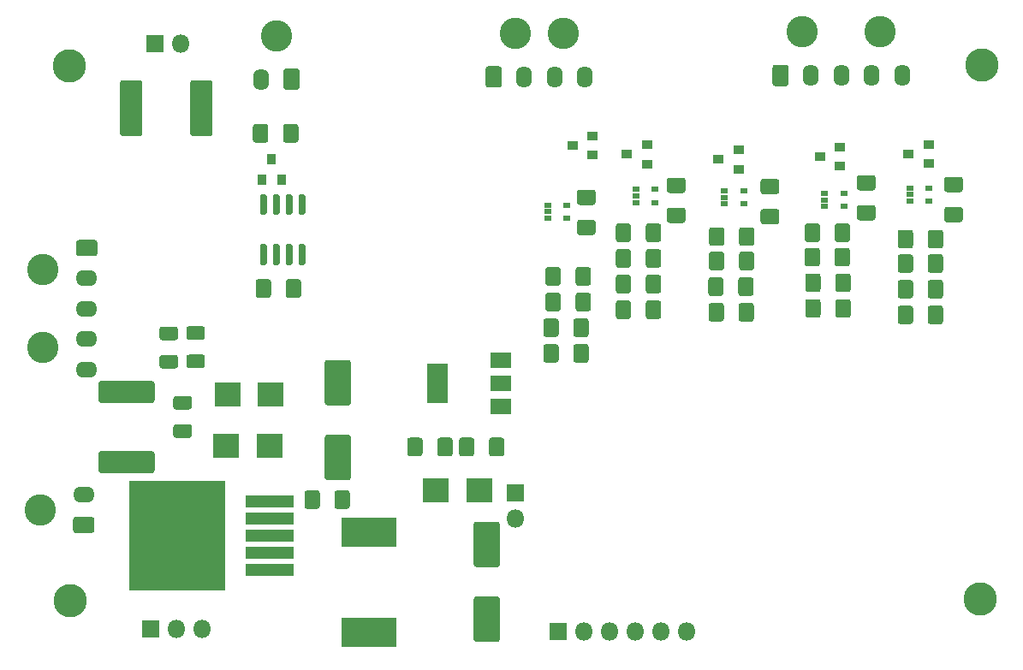
<source format=gbs>
%TF.GenerationSoftware,KiCad,Pcbnew,(5.1.6)-1*%
%TF.CreationDate,2021-05-10T23:00:48+02:00*%
%TF.ProjectId,karta_stm,6b617274-615f-4737-946d-2e6b69636164,rev?*%
%TF.SameCoordinates,Original*%
%TF.FileFunction,Soldermask,Bot*%
%TF.FilePolarity,Negative*%
%FSLAX46Y46*%
G04 Gerber Fmt 4.6, Leading zero omitted, Abs format (unit mm)*
G04 Created by KiCad (PCBNEW (5.1.6)-1) date 2021-05-10 23:00:48*
%MOMM*%
%LPD*%
G01*
G04 APERTURE LIST*
%ADD10O,1.800000X1.800000*%
%ADD11R,1.800000X1.800000*%
%ADD12O,1.600000X2.120000*%
%ADD13C,3.100000*%
%ADD14O,2.120000X1.600000*%
%ADD15C,3.300000*%
%ADD16R,9.500000X10.900000*%
%ADD17R,4.700000X1.200000*%
%ADD18R,2.100000X1.600000*%
%ADD19R,2.100000X3.900000*%
%ADD20R,0.750000X0.500000*%
%ADD21R,1.000000X0.900000*%
%ADD22R,2.600000X2.400000*%
%ADD23R,5.500000X3.000000*%
%ADD24R,0.900000X1.000000*%
G04 APERTURE END LIST*
%TO.C,L3*%
G36*
G01*
X105760200Y-91105200D02*
X104450200Y-91105200D01*
G75*
G02*
X104180200Y-90835200I0J270000D01*
G01*
X104180200Y-90025200D01*
G75*
G02*
X104450200Y-89755200I270000J0D01*
G01*
X105760200Y-89755200D01*
G75*
G02*
X106030200Y-90025200I0J-270000D01*
G01*
X106030200Y-90835200D01*
G75*
G02*
X105760200Y-91105200I-270000J0D01*
G01*
G37*
G36*
G01*
X105760200Y-93905200D02*
X104450200Y-93905200D01*
G75*
G02*
X104180200Y-93635200I0J270000D01*
G01*
X104180200Y-92825200D01*
G75*
G02*
X104450200Y-92555200I270000J0D01*
G01*
X105760200Y-92555200D01*
G75*
G02*
X106030200Y-92825200I0J-270000D01*
G01*
X106030200Y-93635200D01*
G75*
G02*
X105760200Y-93905200I-270000J0D01*
G01*
G37*
%TD*%
D10*
%TO.C,J2*%
X154990800Y-113030000D03*
X152450800Y-113030000D03*
X149910800Y-113030000D03*
X147370800Y-113030000D03*
X144830800Y-113030000D03*
D11*
X142290800Y-113030000D03*
%TD*%
D12*
%TO.C,J6*%
X144890000Y-58191400D03*
X141890000Y-58191400D03*
X138890000Y-58191400D03*
G36*
G01*
X135090000Y-58984733D02*
X135090000Y-57398067D01*
G75*
G02*
X135356667Y-57131400I266667J0D01*
G01*
X136423333Y-57131400D01*
G75*
G02*
X136690000Y-57398067I0J-266667D01*
G01*
X136690000Y-58984733D01*
G75*
G02*
X136423333Y-59251400I-266667J0D01*
G01*
X135356667Y-59251400D01*
G75*
G02*
X135090000Y-58984733I0J266667D01*
G01*
G37*
D13*
X142740000Y-53871400D03*
X138040000Y-53871400D03*
%TD*%
D12*
%TO.C,J5*%
X176253400Y-58039000D03*
X173253400Y-58039000D03*
X170253400Y-58039000D03*
X167253400Y-58039000D03*
G36*
G01*
X163453400Y-58832333D02*
X163453400Y-57245667D01*
G75*
G02*
X163720067Y-56979000I266667J0D01*
G01*
X164786733Y-56979000D01*
G75*
G02*
X165053400Y-57245667I0J-266667D01*
G01*
X165053400Y-58832333D01*
G75*
G02*
X164786733Y-59099000I-266667J0D01*
G01*
X163720067Y-59099000D01*
G75*
G02*
X163453400Y-58832333I0J266667D01*
G01*
G37*
D13*
X174103400Y-53719000D03*
X166403400Y-53719000D03*
%TD*%
D14*
%TO.C,J4*%
X95328200Y-99515800D03*
G36*
G01*
X96121533Y-103315800D02*
X94534867Y-103315800D01*
G75*
G02*
X94268200Y-103049133I0J266667D01*
G01*
X94268200Y-101982467D01*
G75*
G02*
X94534867Y-101715800I266667J0D01*
G01*
X96121533Y-101715800D01*
G75*
G02*
X96388200Y-101982467I0J-266667D01*
G01*
X96388200Y-103049133D01*
G75*
G02*
X96121533Y-103315800I-266667J0D01*
G01*
G37*
D13*
X91008200Y-101015800D03*
%TD*%
D14*
%TO.C,J3*%
X95633000Y-87113000D03*
X95633000Y-84113000D03*
X95633000Y-81113000D03*
X95633000Y-78113000D03*
G36*
G01*
X94839667Y-74313000D02*
X96426333Y-74313000D01*
G75*
G02*
X96693000Y-74579667I0J-266667D01*
G01*
X96693000Y-75646333D01*
G75*
G02*
X96426333Y-75913000I-266667J0D01*
G01*
X94839667Y-75913000D01*
G75*
G02*
X94573000Y-75646333I0J266667D01*
G01*
X94573000Y-74579667D01*
G75*
G02*
X94839667Y-74313000I266667J0D01*
G01*
G37*
D13*
X91313000Y-84963000D03*
X91313000Y-77263000D03*
%TD*%
D12*
%TO.C,J1*%
X112874800Y-58420000D03*
G36*
G01*
X116674800Y-57626667D02*
X116674800Y-59213333D01*
G75*
G02*
X116408133Y-59480000I-266667J0D01*
G01*
X115341467Y-59480000D01*
G75*
G02*
X115074800Y-59213333I0J266667D01*
G01*
X115074800Y-57626667D01*
G75*
G02*
X115341467Y-57360000I266667J0D01*
G01*
X116408133Y-57360000D01*
G75*
G02*
X116674800Y-57626667I0J-266667D01*
G01*
G37*
D13*
X114374800Y-54100000D03*
%TD*%
D15*
%TO.C,H4*%
X93980000Y-109982000D03*
%TD*%
D10*
%TO.C,J7*%
X107061000Y-112826800D03*
X104521000Y-112826800D03*
D11*
X101981000Y-112826800D03*
%TD*%
%TO.C,C24*%
G36*
G01*
X104388600Y-84241000D02*
X103078600Y-84241000D01*
G75*
G02*
X102808600Y-83971000I0J270000D01*
G01*
X102808600Y-83161000D01*
G75*
G02*
X103078600Y-82891000I270000J0D01*
G01*
X104388600Y-82891000D01*
G75*
G02*
X104658600Y-83161000I0J-270000D01*
G01*
X104658600Y-83971000D01*
G75*
G02*
X104388600Y-84241000I-270000J0D01*
G01*
G37*
G36*
G01*
X104388600Y-87041000D02*
X103078600Y-87041000D01*
G75*
G02*
X102808600Y-86771000I0J270000D01*
G01*
X102808600Y-85961000D01*
G75*
G02*
X103078600Y-85691000I270000J0D01*
G01*
X104388600Y-85691000D01*
G75*
G02*
X104658600Y-85961000I0J-270000D01*
G01*
X104658600Y-86771000D01*
G75*
G02*
X104388600Y-87041000I-270000J0D01*
G01*
G37*
%TD*%
%TO.C,C23*%
G36*
G01*
X107055600Y-84209600D02*
X105745600Y-84209600D01*
G75*
G02*
X105475600Y-83939600I0J270000D01*
G01*
X105475600Y-83129600D01*
G75*
G02*
X105745600Y-82859600I270000J0D01*
G01*
X107055600Y-82859600D01*
G75*
G02*
X107325600Y-83129600I0J-270000D01*
G01*
X107325600Y-83939600D01*
G75*
G02*
X107055600Y-84209600I-270000J0D01*
G01*
G37*
G36*
G01*
X107055600Y-87009600D02*
X105745600Y-87009600D01*
G75*
G02*
X105475600Y-86739600I0J270000D01*
G01*
X105475600Y-85929600D01*
G75*
G02*
X105745600Y-85659600I270000J0D01*
G01*
X107055600Y-85659600D01*
G75*
G02*
X107325600Y-85929600I0J-270000D01*
G01*
X107325600Y-86739600D01*
G75*
G02*
X107055600Y-87009600I-270000J0D01*
G01*
G37*
%TD*%
D16*
%TO.C,U3*%
X104596500Y-103587500D03*
D17*
X113746500Y-106987500D03*
X113746500Y-105287500D03*
X113746500Y-103587500D03*
X113746500Y-101887500D03*
X113746500Y-100187500D03*
%TD*%
%TO.C,R21*%
G36*
G01*
X160146500Y-74642456D02*
X160146500Y-73327544D01*
G75*
G02*
X160414044Y-73060000I267544J0D01*
G01*
X161403956Y-73060000D01*
G75*
G02*
X161671500Y-73327544I0J-267544D01*
G01*
X161671500Y-74642456D01*
G75*
G02*
X161403956Y-74910000I-267544J0D01*
G01*
X160414044Y-74910000D01*
G75*
G02*
X160146500Y-74642456I0J267544D01*
G01*
G37*
G36*
G01*
X157171500Y-74642456D02*
X157171500Y-73327544D01*
G75*
G02*
X157439044Y-73060000I267544J0D01*
G01*
X158428956Y-73060000D01*
G75*
G02*
X158696500Y-73327544I0J-267544D01*
G01*
X158696500Y-74642456D01*
G75*
G02*
X158428956Y-74910000I-267544J0D01*
G01*
X157439044Y-74910000D01*
G75*
G02*
X157171500Y-74642456I0J267544D01*
G01*
G37*
%TD*%
%TO.C,C16*%
G36*
G01*
X130292000Y-95462956D02*
X130292000Y-94148044D01*
G75*
G02*
X130559544Y-93880500I267544J0D01*
G01*
X131549456Y-93880500D01*
G75*
G02*
X131817000Y-94148044I0J-267544D01*
G01*
X131817000Y-95462956D01*
G75*
G02*
X131549456Y-95730500I-267544J0D01*
G01*
X130559544Y-95730500D01*
G75*
G02*
X130292000Y-95462956I0J267544D01*
G01*
G37*
G36*
G01*
X127317000Y-95462956D02*
X127317000Y-94148044D01*
G75*
G02*
X127584544Y-93880500I267544J0D01*
G01*
X128574456Y-93880500D01*
G75*
G02*
X128842000Y-94148044I0J-267544D01*
G01*
X128842000Y-95462956D01*
G75*
G02*
X128574456Y-95730500I-267544J0D01*
G01*
X127584544Y-95730500D01*
G75*
G02*
X127317000Y-95462956I0J267544D01*
G01*
G37*
%TD*%
%TO.C,R23*%
G36*
G01*
X158610500Y-78280544D02*
X158610500Y-79595456D01*
G75*
G02*
X158342956Y-79863000I-267544J0D01*
G01*
X157353044Y-79863000D01*
G75*
G02*
X157085500Y-79595456I0J267544D01*
G01*
X157085500Y-78280544D01*
G75*
G02*
X157353044Y-78013000I267544J0D01*
G01*
X158342956Y-78013000D01*
G75*
G02*
X158610500Y-78280544I0J-267544D01*
G01*
G37*
G36*
G01*
X161585500Y-78280544D02*
X161585500Y-79595456D01*
G75*
G02*
X161317956Y-79863000I-267544J0D01*
G01*
X160328044Y-79863000D01*
G75*
G02*
X160060500Y-79595456I0J267544D01*
G01*
X160060500Y-78280544D01*
G75*
G02*
X160328044Y-78013000I267544J0D01*
G01*
X161317956Y-78013000D01*
G75*
G02*
X161585500Y-78280544I0J-267544D01*
G01*
G37*
%TD*%
D18*
%TO.C,U4*%
X136587900Y-86231300D03*
X136587900Y-90831300D03*
X136587900Y-88531300D03*
D19*
X130287900Y-88531300D03*
%TD*%
%TO.C,U2*%
G36*
G01*
X117081500Y-71836000D02*
X116731500Y-71836000D01*
G75*
G02*
X116556500Y-71661000I0J175000D01*
G01*
X116556500Y-69961000D01*
G75*
G02*
X116731500Y-69786000I175000J0D01*
G01*
X117081500Y-69786000D01*
G75*
G02*
X117256500Y-69961000I0J-175000D01*
G01*
X117256500Y-71661000D01*
G75*
G02*
X117081500Y-71836000I-175000J0D01*
G01*
G37*
G36*
G01*
X115811500Y-71836000D02*
X115461500Y-71836000D01*
G75*
G02*
X115286500Y-71661000I0J175000D01*
G01*
X115286500Y-69961000D01*
G75*
G02*
X115461500Y-69786000I175000J0D01*
G01*
X115811500Y-69786000D01*
G75*
G02*
X115986500Y-69961000I0J-175000D01*
G01*
X115986500Y-71661000D01*
G75*
G02*
X115811500Y-71836000I-175000J0D01*
G01*
G37*
G36*
G01*
X114541500Y-71836000D02*
X114191500Y-71836000D01*
G75*
G02*
X114016500Y-71661000I0J175000D01*
G01*
X114016500Y-69961000D01*
G75*
G02*
X114191500Y-69786000I175000J0D01*
G01*
X114541500Y-69786000D01*
G75*
G02*
X114716500Y-69961000I0J-175000D01*
G01*
X114716500Y-71661000D01*
G75*
G02*
X114541500Y-71836000I-175000J0D01*
G01*
G37*
G36*
G01*
X113271500Y-71836000D02*
X112921500Y-71836000D01*
G75*
G02*
X112746500Y-71661000I0J175000D01*
G01*
X112746500Y-69961000D01*
G75*
G02*
X112921500Y-69786000I175000J0D01*
G01*
X113271500Y-69786000D01*
G75*
G02*
X113446500Y-69961000I0J-175000D01*
G01*
X113446500Y-71661000D01*
G75*
G02*
X113271500Y-71836000I-175000J0D01*
G01*
G37*
G36*
G01*
X113271500Y-76786000D02*
X112921500Y-76786000D01*
G75*
G02*
X112746500Y-76611000I0J175000D01*
G01*
X112746500Y-74911000D01*
G75*
G02*
X112921500Y-74736000I175000J0D01*
G01*
X113271500Y-74736000D01*
G75*
G02*
X113446500Y-74911000I0J-175000D01*
G01*
X113446500Y-76611000D01*
G75*
G02*
X113271500Y-76786000I-175000J0D01*
G01*
G37*
G36*
G01*
X114541500Y-76786000D02*
X114191500Y-76786000D01*
G75*
G02*
X114016500Y-76611000I0J175000D01*
G01*
X114016500Y-74911000D01*
G75*
G02*
X114191500Y-74736000I175000J0D01*
G01*
X114541500Y-74736000D01*
G75*
G02*
X114716500Y-74911000I0J-175000D01*
G01*
X114716500Y-76611000D01*
G75*
G02*
X114541500Y-76786000I-175000J0D01*
G01*
G37*
G36*
G01*
X115811500Y-76786000D02*
X115461500Y-76786000D01*
G75*
G02*
X115286500Y-76611000I0J175000D01*
G01*
X115286500Y-74911000D01*
G75*
G02*
X115461500Y-74736000I175000J0D01*
G01*
X115811500Y-74736000D01*
G75*
G02*
X115986500Y-74911000I0J-175000D01*
G01*
X115986500Y-76611000D01*
G75*
G02*
X115811500Y-76786000I-175000J0D01*
G01*
G37*
G36*
G01*
X117081500Y-76786000D02*
X116731500Y-76786000D01*
G75*
G02*
X116556500Y-76611000I0J175000D01*
G01*
X116556500Y-74911000D01*
G75*
G02*
X116731500Y-74736000I175000J0D01*
G01*
X117081500Y-74736000D01*
G75*
G02*
X117256500Y-74911000I0J-175000D01*
G01*
X117256500Y-76611000D01*
G75*
G02*
X117081500Y-76786000I-175000J0D01*
G01*
G37*
%TD*%
%TO.C,R17*%
G36*
G01*
X169598500Y-74261456D02*
X169598500Y-72946544D01*
G75*
G02*
X169866044Y-72679000I267544J0D01*
G01*
X170855956Y-72679000D01*
G75*
G02*
X171123500Y-72946544I0J-267544D01*
G01*
X171123500Y-74261456D01*
G75*
G02*
X170855956Y-74529000I-267544J0D01*
G01*
X169866044Y-74529000D01*
G75*
G02*
X169598500Y-74261456I0J267544D01*
G01*
G37*
G36*
G01*
X166623500Y-74261456D02*
X166623500Y-72946544D01*
G75*
G02*
X166891044Y-72679000I267544J0D01*
G01*
X167880956Y-72679000D01*
G75*
G02*
X168148500Y-72946544I0J-267544D01*
G01*
X168148500Y-74261456D01*
G75*
G02*
X167880956Y-74529000I-267544J0D01*
G01*
X166891044Y-74529000D01*
G75*
G02*
X166623500Y-74261456I0J267544D01*
G01*
G37*
%TD*%
%TO.C,R13*%
G36*
G01*
X177352500Y-78534544D02*
X177352500Y-79849456D01*
G75*
G02*
X177084956Y-80117000I-267544J0D01*
G01*
X176095044Y-80117000D01*
G75*
G02*
X175827500Y-79849456I0J267544D01*
G01*
X175827500Y-78534544D01*
G75*
G02*
X176095044Y-78267000I267544J0D01*
G01*
X177084956Y-78267000D01*
G75*
G02*
X177352500Y-78534544I0J-267544D01*
G01*
G37*
G36*
G01*
X180327500Y-78534544D02*
X180327500Y-79849456D01*
G75*
G02*
X180059956Y-80117000I-267544J0D01*
G01*
X179070044Y-80117000D01*
G75*
G02*
X178802500Y-79849456I0J267544D01*
G01*
X178802500Y-78534544D01*
G75*
G02*
X179070044Y-78267000I267544J0D01*
G01*
X180059956Y-78267000D01*
G75*
G02*
X180327500Y-78534544I0J-267544D01*
G01*
G37*
%TD*%
%TO.C,R8*%
G36*
G01*
X180698544Y-71046500D02*
X182013456Y-71046500D01*
G75*
G02*
X182281000Y-71314044I0J-267544D01*
G01*
X182281000Y-72303956D01*
G75*
G02*
X182013456Y-72571500I-267544J0D01*
G01*
X180698544Y-72571500D01*
G75*
G02*
X180431000Y-72303956I0J267544D01*
G01*
X180431000Y-71314044D01*
G75*
G02*
X180698544Y-71046500I267544J0D01*
G01*
G37*
G36*
G01*
X180698544Y-68071500D02*
X182013456Y-68071500D01*
G75*
G02*
X182281000Y-68339044I0J-267544D01*
G01*
X182281000Y-69328956D01*
G75*
G02*
X182013456Y-69596500I-267544J0D01*
G01*
X180698544Y-69596500D01*
G75*
G02*
X180431000Y-69328956I0J267544D01*
G01*
X180431000Y-68339044D01*
G75*
G02*
X180698544Y-68071500I267544J0D01*
G01*
G37*
%TD*%
%TO.C,R14*%
G36*
G01*
X143968000Y-81119456D02*
X143968000Y-79804544D01*
G75*
G02*
X144235544Y-79537000I267544J0D01*
G01*
X145225456Y-79537000D01*
G75*
G02*
X145493000Y-79804544I0J-267544D01*
G01*
X145493000Y-81119456D01*
G75*
G02*
X145225456Y-81387000I-267544J0D01*
G01*
X144235544Y-81387000D01*
G75*
G02*
X143968000Y-81119456I0J267544D01*
G01*
G37*
G36*
G01*
X140993000Y-81119456D02*
X140993000Y-79804544D01*
G75*
G02*
X141260544Y-79537000I267544J0D01*
G01*
X142250456Y-79537000D01*
G75*
G02*
X142518000Y-79804544I0J-267544D01*
G01*
X142518000Y-81119456D01*
G75*
G02*
X142250456Y-81387000I-267544J0D01*
G01*
X141260544Y-81387000D01*
G75*
G02*
X140993000Y-81119456I0J267544D01*
G01*
G37*
%TD*%
%TO.C,R12*%
G36*
G01*
X178802500Y-77309456D02*
X178802500Y-75994544D01*
G75*
G02*
X179070044Y-75727000I267544J0D01*
G01*
X180059956Y-75727000D01*
G75*
G02*
X180327500Y-75994544I0J-267544D01*
G01*
X180327500Y-77309456D01*
G75*
G02*
X180059956Y-77577000I-267544J0D01*
G01*
X179070044Y-77577000D01*
G75*
G02*
X178802500Y-77309456I0J267544D01*
G01*
G37*
G36*
G01*
X175827500Y-77309456D02*
X175827500Y-75994544D01*
G75*
G02*
X176095044Y-75727000I267544J0D01*
G01*
X177084956Y-75727000D01*
G75*
G02*
X177352500Y-75994544I0J-267544D01*
G01*
X177352500Y-77309456D01*
G75*
G02*
X177084956Y-77577000I-267544J0D01*
G01*
X176095044Y-77577000D01*
G75*
G02*
X175827500Y-77309456I0J267544D01*
G01*
G37*
%TD*%
%TO.C,R16*%
G36*
G01*
X172062544Y-70865500D02*
X173377456Y-70865500D01*
G75*
G02*
X173645000Y-71133044I0J-267544D01*
G01*
X173645000Y-72122956D01*
G75*
G02*
X173377456Y-72390500I-267544J0D01*
G01*
X172062544Y-72390500D01*
G75*
G02*
X171795000Y-72122956I0J267544D01*
G01*
X171795000Y-71133044D01*
G75*
G02*
X172062544Y-70865500I267544J0D01*
G01*
G37*
G36*
G01*
X172062544Y-67890500D02*
X173377456Y-67890500D01*
G75*
G02*
X173645000Y-68158044I0J-267544D01*
G01*
X173645000Y-69147956D01*
G75*
G02*
X173377456Y-69415500I-267544J0D01*
G01*
X172062544Y-69415500D01*
G75*
G02*
X171795000Y-69147956I0J267544D01*
G01*
X171795000Y-68158044D01*
G75*
G02*
X172062544Y-67890500I267544J0D01*
G01*
G37*
%TD*%
%TO.C,R11*%
G36*
G01*
X143968000Y-78579456D02*
X143968000Y-77264544D01*
G75*
G02*
X144235544Y-76997000I267544J0D01*
G01*
X145225456Y-76997000D01*
G75*
G02*
X145493000Y-77264544I0J-267544D01*
G01*
X145493000Y-78579456D01*
G75*
G02*
X145225456Y-78847000I-267544J0D01*
G01*
X144235544Y-78847000D01*
G75*
G02*
X143968000Y-78579456I0J267544D01*
G01*
G37*
G36*
G01*
X140993000Y-78579456D02*
X140993000Y-77264544D01*
G75*
G02*
X141260544Y-76997000I267544J0D01*
G01*
X142250456Y-76997000D01*
G75*
G02*
X142518000Y-77264544I0J-267544D01*
G01*
X142518000Y-78579456D01*
G75*
G02*
X142250456Y-78847000I-267544J0D01*
G01*
X141260544Y-78847000D01*
G75*
G02*
X140993000Y-78579456I0J267544D01*
G01*
G37*
%TD*%
%TO.C,R19*%
G36*
G01*
X168208500Y-77899544D02*
X168208500Y-79214456D01*
G75*
G02*
X167940956Y-79482000I-267544J0D01*
G01*
X166951044Y-79482000D01*
G75*
G02*
X166683500Y-79214456I0J267544D01*
G01*
X166683500Y-77899544D01*
G75*
G02*
X166951044Y-77632000I267544J0D01*
G01*
X167940956Y-77632000D01*
G75*
G02*
X168208500Y-77899544I0J-267544D01*
G01*
G37*
G36*
G01*
X171183500Y-77899544D02*
X171183500Y-79214456D01*
G75*
G02*
X170915956Y-79482000I-267544J0D01*
G01*
X169926044Y-79482000D01*
G75*
G02*
X169658500Y-79214456I0J267544D01*
G01*
X169658500Y-77899544D01*
G75*
G02*
X169926044Y-77632000I267544J0D01*
G01*
X170915956Y-77632000D01*
G75*
G02*
X171183500Y-77899544I0J-267544D01*
G01*
G37*
%TD*%
%TO.C,R10*%
G36*
G01*
X144376544Y-72316500D02*
X145691456Y-72316500D01*
G75*
G02*
X145959000Y-72584044I0J-267544D01*
G01*
X145959000Y-73573956D01*
G75*
G02*
X145691456Y-73841500I-267544J0D01*
G01*
X144376544Y-73841500D01*
G75*
G02*
X144109000Y-73573956I0J267544D01*
G01*
X144109000Y-72584044D01*
G75*
G02*
X144376544Y-72316500I267544J0D01*
G01*
G37*
G36*
G01*
X144376544Y-69341500D02*
X145691456Y-69341500D01*
G75*
G02*
X145959000Y-69609044I0J-267544D01*
G01*
X145959000Y-70598956D01*
G75*
G02*
X145691456Y-70866500I-267544J0D01*
G01*
X144376544Y-70866500D01*
G75*
G02*
X144109000Y-70598956I0J267544D01*
G01*
X144109000Y-69609044D01*
G75*
G02*
X144376544Y-69341500I267544J0D01*
G01*
G37*
%TD*%
%TO.C,R15*%
G36*
G01*
X142300500Y-82344544D02*
X142300500Y-83659456D01*
G75*
G02*
X142032956Y-83927000I-267544J0D01*
G01*
X141043044Y-83927000D01*
G75*
G02*
X140775500Y-83659456I0J267544D01*
G01*
X140775500Y-82344544D01*
G75*
G02*
X141043044Y-82077000I267544J0D01*
G01*
X142032956Y-82077000D01*
G75*
G02*
X142300500Y-82344544I0J-267544D01*
G01*
G37*
G36*
G01*
X145275500Y-82344544D02*
X145275500Y-83659456D01*
G75*
G02*
X145007956Y-83927000I-267544J0D01*
G01*
X144018044Y-83927000D01*
G75*
G02*
X143750500Y-83659456I0J267544D01*
G01*
X143750500Y-82344544D01*
G75*
G02*
X144018044Y-82077000I267544J0D01*
G01*
X145007956Y-82077000D01*
G75*
G02*
X145275500Y-82344544I0J-267544D01*
G01*
G37*
%TD*%
%TO.C,R6*%
G36*
G01*
X150916500Y-76801456D02*
X150916500Y-75486544D01*
G75*
G02*
X151184044Y-75219000I267544J0D01*
G01*
X152173956Y-75219000D01*
G75*
G02*
X152441500Y-75486544I0J-267544D01*
G01*
X152441500Y-76801456D01*
G75*
G02*
X152173956Y-77069000I-267544J0D01*
G01*
X151184044Y-77069000D01*
G75*
G02*
X150916500Y-76801456I0J267544D01*
G01*
G37*
G36*
G01*
X147941500Y-76801456D02*
X147941500Y-75486544D01*
G75*
G02*
X148209044Y-75219000I267544J0D01*
G01*
X149198956Y-75219000D01*
G75*
G02*
X149466500Y-75486544I0J-267544D01*
G01*
X149466500Y-76801456D01*
G75*
G02*
X149198956Y-77069000I-267544J0D01*
G01*
X148209044Y-77069000D01*
G75*
G02*
X147941500Y-76801456I0J267544D01*
G01*
G37*
%TD*%
%TO.C,R5*%
G36*
G01*
X150916500Y-74261456D02*
X150916500Y-72946544D01*
G75*
G02*
X151184044Y-72679000I267544J0D01*
G01*
X152173956Y-72679000D01*
G75*
G02*
X152441500Y-72946544I0J-267544D01*
G01*
X152441500Y-74261456D01*
G75*
G02*
X152173956Y-74529000I-267544J0D01*
G01*
X151184044Y-74529000D01*
G75*
G02*
X150916500Y-74261456I0J267544D01*
G01*
G37*
G36*
G01*
X147941500Y-74261456D02*
X147941500Y-72946544D01*
G75*
G02*
X148209044Y-72679000I267544J0D01*
G01*
X149198956Y-72679000D01*
G75*
G02*
X149466500Y-72946544I0J-267544D01*
G01*
X149466500Y-74261456D01*
G75*
G02*
X149198956Y-74529000I-267544J0D01*
G01*
X148209044Y-74529000D01*
G75*
G02*
X147941500Y-74261456I0J267544D01*
G01*
G37*
%TD*%
%TO.C,R7*%
G36*
G01*
X149466500Y-78026544D02*
X149466500Y-79341456D01*
G75*
G02*
X149198956Y-79609000I-267544J0D01*
G01*
X148209044Y-79609000D01*
G75*
G02*
X147941500Y-79341456I0J267544D01*
G01*
X147941500Y-78026544D01*
G75*
G02*
X148209044Y-77759000I267544J0D01*
G01*
X149198956Y-77759000D01*
G75*
G02*
X149466500Y-78026544I0J-267544D01*
G01*
G37*
G36*
G01*
X152441500Y-78026544D02*
X152441500Y-79341456D01*
G75*
G02*
X152173956Y-79609000I-267544J0D01*
G01*
X151184044Y-79609000D01*
G75*
G02*
X150916500Y-79341456I0J267544D01*
G01*
X150916500Y-78026544D01*
G75*
G02*
X151184044Y-77759000I267544J0D01*
G01*
X152173956Y-77759000D01*
G75*
G02*
X152441500Y-78026544I0J-267544D01*
G01*
G37*
%TD*%
%TO.C,R18*%
G36*
G01*
X169585500Y-76674456D02*
X169585500Y-75359544D01*
G75*
G02*
X169853044Y-75092000I267544J0D01*
G01*
X170842956Y-75092000D01*
G75*
G02*
X171110500Y-75359544I0J-267544D01*
G01*
X171110500Y-76674456D01*
G75*
G02*
X170842956Y-76942000I-267544J0D01*
G01*
X169853044Y-76942000D01*
G75*
G02*
X169585500Y-76674456I0J267544D01*
G01*
G37*
G36*
G01*
X166610500Y-76674456D02*
X166610500Y-75359544D01*
G75*
G02*
X166878044Y-75092000I267544J0D01*
G01*
X167867956Y-75092000D01*
G75*
G02*
X168135500Y-75359544I0J-267544D01*
G01*
X168135500Y-76674456D01*
G75*
G02*
X167867956Y-76942000I-267544J0D01*
G01*
X166878044Y-76942000D01*
G75*
G02*
X166610500Y-76674456I0J267544D01*
G01*
G37*
%TD*%
%TO.C,R22*%
G36*
G01*
X160133500Y-77055456D02*
X160133500Y-75740544D01*
G75*
G02*
X160401044Y-75473000I267544J0D01*
G01*
X161390956Y-75473000D01*
G75*
G02*
X161658500Y-75740544I0J-267544D01*
G01*
X161658500Y-77055456D01*
G75*
G02*
X161390956Y-77323000I-267544J0D01*
G01*
X160401044Y-77323000D01*
G75*
G02*
X160133500Y-77055456I0J267544D01*
G01*
G37*
G36*
G01*
X157158500Y-77055456D02*
X157158500Y-75740544D01*
G75*
G02*
X157426044Y-75473000I267544J0D01*
G01*
X158415956Y-75473000D01*
G75*
G02*
X158683500Y-75740544I0J-267544D01*
G01*
X158683500Y-77055456D01*
G75*
G02*
X158415956Y-77323000I-267544J0D01*
G01*
X157426044Y-77323000D01*
G75*
G02*
X157158500Y-77055456I0J267544D01*
G01*
G37*
%TD*%
%TO.C,R9*%
G36*
G01*
X178802500Y-74896456D02*
X178802500Y-73581544D01*
G75*
G02*
X179070044Y-73314000I267544J0D01*
G01*
X180059956Y-73314000D01*
G75*
G02*
X180327500Y-73581544I0J-267544D01*
G01*
X180327500Y-74896456D01*
G75*
G02*
X180059956Y-75164000I-267544J0D01*
G01*
X179070044Y-75164000D01*
G75*
G02*
X178802500Y-74896456I0J267544D01*
G01*
G37*
G36*
G01*
X175827500Y-74896456D02*
X175827500Y-73581544D01*
G75*
G02*
X176095044Y-73314000I267544J0D01*
G01*
X177084956Y-73314000D01*
G75*
G02*
X177352500Y-73581544I0J-267544D01*
G01*
X177352500Y-74896456D01*
G75*
G02*
X177084956Y-75164000I-267544J0D01*
G01*
X176095044Y-75164000D01*
G75*
G02*
X175827500Y-74896456I0J267544D01*
G01*
G37*
%TD*%
%TO.C,R20*%
G36*
G01*
X162537544Y-71246500D02*
X163852456Y-71246500D01*
G75*
G02*
X164120000Y-71514044I0J-267544D01*
G01*
X164120000Y-72503956D01*
G75*
G02*
X163852456Y-72771500I-267544J0D01*
G01*
X162537544Y-72771500D01*
G75*
G02*
X162270000Y-72503956I0J267544D01*
G01*
X162270000Y-71514044D01*
G75*
G02*
X162537544Y-71246500I267544J0D01*
G01*
G37*
G36*
G01*
X162537544Y-68271500D02*
X163852456Y-68271500D01*
G75*
G02*
X164120000Y-68539044I0J-267544D01*
G01*
X164120000Y-69528956D01*
G75*
G02*
X163852456Y-69796500I-267544J0D01*
G01*
X162537544Y-69796500D01*
G75*
G02*
X162270000Y-69528956I0J267544D01*
G01*
X162270000Y-68539044D01*
G75*
G02*
X162537544Y-68271500I267544J0D01*
G01*
G37*
%TD*%
D20*
%TO.C,U6*%
X178938000Y-70485000D03*
X178938000Y-69185000D03*
X177038000Y-69835000D03*
X177038000Y-69185000D03*
X177038000Y-70485000D03*
%TD*%
%TO.C,U5*%
X151826000Y-70627000D03*
X151826000Y-69327000D03*
X149926000Y-69977000D03*
X149926000Y-69327000D03*
X149926000Y-70627000D03*
%TD*%
D21*
%TO.C,D7*%
X143669000Y-64958000D03*
X145669000Y-65908000D03*
X145669000Y-64008000D03*
%TD*%
%TO.C,D6*%
X176899000Y-65804000D03*
X178899000Y-66754000D03*
X178899000Y-64854000D03*
%TD*%
D15*
%TO.C,H3*%
X93900000Y-57070000D03*
%TD*%
%TO.C,H2*%
X184150000Y-57023000D03*
%TD*%
%TO.C,H1*%
X184023000Y-109855000D03*
%TD*%
D21*
%TO.C,D9*%
X158099000Y-66360000D03*
X160099000Y-67310000D03*
X160099000Y-65410000D03*
%TD*%
%TO.C,D8*%
X168149000Y-66054000D03*
X170149000Y-67004000D03*
X170149000Y-65104000D03*
%TD*%
D20*
%TO.C,U9*%
X160589000Y-70754000D03*
X160589000Y-69454000D03*
X158689000Y-70104000D03*
X158689000Y-69454000D03*
X158689000Y-70754000D03*
%TD*%
D10*
%TO.C,JP1*%
X138049000Y-101854000D03*
D11*
X138049000Y-99314000D03*
%TD*%
D20*
%TO.C,U8*%
X170495000Y-71008000D03*
X170495000Y-69708000D03*
X168595000Y-70358000D03*
X168595000Y-69708000D03*
X168595000Y-71008000D03*
%TD*%
%TO.C,U7*%
X143124000Y-72166000D03*
X143124000Y-70866000D03*
X141224000Y-71516000D03*
X141224000Y-70866000D03*
X141224000Y-72166000D03*
%TD*%
D22*
%TO.C,D3*%
X109419500Y-94678500D03*
X113719500Y-94678500D03*
%TD*%
%TO.C,D2*%
X113837500Y-89598500D03*
X109537500Y-89598500D03*
%TD*%
%TO.C,C22*%
G36*
G01*
X158647000Y-80820544D02*
X158647000Y-82135456D01*
G75*
G02*
X158379456Y-82403000I-267544J0D01*
G01*
X157389544Y-82403000D01*
G75*
G02*
X157122000Y-82135456I0J267544D01*
G01*
X157122000Y-80820544D01*
G75*
G02*
X157389544Y-80553000I267544J0D01*
G01*
X158379456Y-80553000D01*
G75*
G02*
X158647000Y-80820544I0J-267544D01*
G01*
G37*
G36*
G01*
X161622000Y-80820544D02*
X161622000Y-82135456D01*
G75*
G02*
X161354456Y-82403000I-267544J0D01*
G01*
X160364544Y-82403000D01*
G75*
G02*
X160097000Y-82135456I0J267544D01*
G01*
X160097000Y-80820544D01*
G75*
G02*
X160364544Y-80553000I267544J0D01*
G01*
X161354456Y-80553000D01*
G75*
G02*
X161622000Y-80820544I0J-267544D01*
G01*
G37*
%TD*%
%TO.C,C21*%
G36*
G01*
X168208500Y-80439544D02*
X168208500Y-81754456D01*
G75*
G02*
X167940956Y-82022000I-267544J0D01*
G01*
X166951044Y-82022000D01*
G75*
G02*
X166683500Y-81754456I0J267544D01*
G01*
X166683500Y-80439544D01*
G75*
G02*
X166951044Y-80172000I267544J0D01*
G01*
X167940956Y-80172000D01*
G75*
G02*
X168208500Y-80439544I0J-267544D01*
G01*
G37*
G36*
G01*
X171183500Y-80439544D02*
X171183500Y-81754456D01*
G75*
G02*
X170915956Y-82022000I-267544J0D01*
G01*
X169926044Y-82022000D01*
G75*
G02*
X169658500Y-81754456I0J267544D01*
G01*
X169658500Y-80439544D01*
G75*
G02*
X169926044Y-80172000I267544J0D01*
G01*
X170915956Y-80172000D01*
G75*
G02*
X171183500Y-80439544I0J-267544D01*
G01*
G37*
%TD*%
%TO.C,C20*%
G36*
G01*
X142300500Y-84884544D02*
X142300500Y-86199456D01*
G75*
G02*
X142032956Y-86467000I-267544J0D01*
G01*
X141043044Y-86467000D01*
G75*
G02*
X140775500Y-86199456I0J267544D01*
G01*
X140775500Y-84884544D01*
G75*
G02*
X141043044Y-84617000I267544J0D01*
G01*
X142032956Y-84617000D01*
G75*
G02*
X142300500Y-84884544I0J-267544D01*
G01*
G37*
G36*
G01*
X145275500Y-84884544D02*
X145275500Y-86199456D01*
G75*
G02*
X145007956Y-86467000I-267544J0D01*
G01*
X144018044Y-86467000D01*
G75*
G02*
X143750500Y-86199456I0J267544D01*
G01*
X143750500Y-84884544D01*
G75*
G02*
X144018044Y-84617000I267544J0D01*
G01*
X145007956Y-84617000D01*
G75*
G02*
X145275500Y-84884544I0J-267544D01*
G01*
G37*
%TD*%
%TO.C,D4*%
X134484000Y-99060000D03*
X130184000Y-99060000D03*
%TD*%
%TO.C,R3*%
G36*
G01*
X113583000Y-63105544D02*
X113583000Y-64420456D01*
G75*
G02*
X113315456Y-64688000I-267544J0D01*
G01*
X112325544Y-64688000D01*
G75*
G02*
X112058000Y-64420456I0J267544D01*
G01*
X112058000Y-63105544D01*
G75*
G02*
X112325544Y-62838000I267544J0D01*
G01*
X113315456Y-62838000D01*
G75*
G02*
X113583000Y-63105544I0J-267544D01*
G01*
G37*
G36*
G01*
X116558000Y-63105544D02*
X116558000Y-64420456D01*
G75*
G02*
X116290456Y-64688000I-267544J0D01*
G01*
X115300544Y-64688000D01*
G75*
G02*
X115033000Y-64420456I0J267544D01*
G01*
X115033000Y-63105544D01*
G75*
G02*
X115300544Y-62838000I267544J0D01*
G01*
X116290456Y-62838000D01*
G75*
G02*
X116558000Y-63105544I0J-267544D01*
G01*
G37*
%TD*%
%TO.C,R4*%
G36*
G01*
X153266544Y-71119500D02*
X154581456Y-71119500D01*
G75*
G02*
X154849000Y-71387044I0J-267544D01*
G01*
X154849000Y-72376956D01*
G75*
G02*
X154581456Y-72644500I-267544J0D01*
G01*
X153266544Y-72644500D01*
G75*
G02*
X152999000Y-72376956I0J267544D01*
G01*
X152999000Y-71387044D01*
G75*
G02*
X153266544Y-71119500I267544J0D01*
G01*
G37*
G36*
G01*
X153266544Y-68144500D02*
X154581456Y-68144500D01*
G75*
G02*
X154849000Y-68412044I0J-267544D01*
G01*
X154849000Y-69401956D01*
G75*
G02*
X154581456Y-69669500I-267544J0D01*
G01*
X153266544Y-69669500D01*
G75*
G02*
X152999000Y-69401956I0J267544D01*
G01*
X152999000Y-68412044D01*
G75*
G02*
X153266544Y-68144500I267544J0D01*
G01*
G37*
%TD*%
%TO.C,C19*%
G36*
G01*
X177352500Y-81074544D02*
X177352500Y-82389456D01*
G75*
G02*
X177084956Y-82657000I-267544J0D01*
G01*
X176095044Y-82657000D01*
G75*
G02*
X175827500Y-82389456I0J267544D01*
G01*
X175827500Y-81074544D01*
G75*
G02*
X176095044Y-80807000I267544J0D01*
G01*
X177084956Y-80807000D01*
G75*
G02*
X177352500Y-81074544I0J-267544D01*
G01*
G37*
G36*
G01*
X180327500Y-81074544D02*
X180327500Y-82389456D01*
G75*
G02*
X180059956Y-82657000I-267544J0D01*
G01*
X179070044Y-82657000D01*
G75*
G02*
X178802500Y-82389456I0J267544D01*
G01*
X178802500Y-81074544D01*
G75*
G02*
X179070044Y-80807000I267544J0D01*
G01*
X180059956Y-80807000D01*
G75*
G02*
X180327500Y-81074544I0J-267544D01*
G01*
G37*
%TD*%
%TO.C,C12*%
G36*
G01*
X115306000Y-79778456D02*
X115306000Y-78463544D01*
G75*
G02*
X115573544Y-78196000I267544J0D01*
G01*
X116563456Y-78196000D01*
G75*
G02*
X116831000Y-78463544I0J-267544D01*
G01*
X116831000Y-79778456D01*
G75*
G02*
X116563456Y-80046000I-267544J0D01*
G01*
X115573544Y-80046000D01*
G75*
G02*
X115306000Y-79778456I0J267544D01*
G01*
G37*
G36*
G01*
X112331000Y-79778456D02*
X112331000Y-78463544D01*
G75*
G02*
X112598544Y-78196000I267544J0D01*
G01*
X113588456Y-78196000D01*
G75*
G02*
X113856000Y-78463544I0J-267544D01*
G01*
X113856000Y-79778456D01*
G75*
G02*
X113588456Y-80046000I-267544J0D01*
G01*
X112598544Y-80046000D01*
G75*
G02*
X112331000Y-79778456I0J267544D01*
G01*
G37*
%TD*%
%TO.C,C14*%
G36*
G01*
X120132000Y-100669956D02*
X120132000Y-99355044D01*
G75*
G02*
X120399544Y-99087500I267544J0D01*
G01*
X121389456Y-99087500D01*
G75*
G02*
X121657000Y-99355044I0J-267544D01*
G01*
X121657000Y-100669956D01*
G75*
G02*
X121389456Y-100937500I-267544J0D01*
G01*
X120399544Y-100937500D01*
G75*
G02*
X120132000Y-100669956I0J267544D01*
G01*
G37*
G36*
G01*
X117157000Y-100669956D02*
X117157000Y-99355044D01*
G75*
G02*
X117424544Y-99087500I267544J0D01*
G01*
X118414456Y-99087500D01*
G75*
G02*
X118682000Y-99355044I0J-267544D01*
G01*
X118682000Y-100669956D01*
G75*
G02*
X118414456Y-100937500I-267544J0D01*
G01*
X117424544Y-100937500D01*
G75*
G02*
X117157000Y-100669956I0J267544D01*
G01*
G37*
%TD*%
%TO.C,C13*%
G36*
G01*
X121499500Y-90688500D02*
X119419500Y-90688500D01*
G75*
G02*
X119159500Y-90428500I0J260000D01*
G01*
X119159500Y-86448500D01*
G75*
G02*
X119419500Y-86188500I260000J0D01*
G01*
X121499500Y-86188500D01*
G75*
G02*
X121759500Y-86448500I0J-260000D01*
G01*
X121759500Y-90428500D01*
G75*
G02*
X121499500Y-90688500I-260000J0D01*
G01*
G37*
G36*
G01*
X121499500Y-98088500D02*
X119419500Y-98088500D01*
G75*
G02*
X119159500Y-97828500I0J260000D01*
G01*
X119159500Y-93848500D01*
G75*
G02*
X119419500Y-93588500I260000J0D01*
G01*
X121499500Y-93588500D01*
G75*
G02*
X121759500Y-93848500I0J-260000D01*
G01*
X121759500Y-97828500D01*
G75*
G02*
X121499500Y-98088500I-260000J0D01*
G01*
G37*
%TD*%
%TO.C,C18*%
G36*
G01*
X149466500Y-80566544D02*
X149466500Y-81881456D01*
G75*
G02*
X149198956Y-82149000I-267544J0D01*
G01*
X148209044Y-82149000D01*
G75*
G02*
X147941500Y-81881456I0J267544D01*
G01*
X147941500Y-80566544D01*
G75*
G02*
X148209044Y-80299000I267544J0D01*
G01*
X149198956Y-80299000D01*
G75*
G02*
X149466500Y-80566544I0J-267544D01*
G01*
G37*
G36*
G01*
X152441500Y-80566544D02*
X152441500Y-81881456D01*
G75*
G02*
X152173956Y-82149000I-267544J0D01*
G01*
X151184044Y-82149000D01*
G75*
G02*
X150916500Y-81881456I0J267544D01*
G01*
X150916500Y-80566544D01*
G75*
G02*
X151184044Y-80299000I267544J0D01*
G01*
X152173956Y-80299000D01*
G75*
G02*
X152441500Y-80566544I0J-267544D01*
G01*
G37*
%TD*%
%TO.C,C17*%
G36*
G01*
X136231500Y-106690500D02*
X134151500Y-106690500D01*
G75*
G02*
X133891500Y-106430500I0J260000D01*
G01*
X133891500Y-102450500D01*
G75*
G02*
X134151500Y-102190500I260000J0D01*
G01*
X136231500Y-102190500D01*
G75*
G02*
X136491500Y-102450500I0J-260000D01*
G01*
X136491500Y-106430500D01*
G75*
G02*
X136231500Y-106690500I-260000J0D01*
G01*
G37*
G36*
G01*
X136231500Y-114090500D02*
X134151500Y-114090500D01*
G75*
G02*
X133891500Y-113830500I0J260000D01*
G01*
X133891500Y-109850500D01*
G75*
G02*
X134151500Y-109590500I260000J0D01*
G01*
X136231500Y-109590500D01*
G75*
G02*
X136491500Y-109850500I0J-260000D01*
G01*
X136491500Y-113830500D01*
G75*
G02*
X136231500Y-114090500I-260000J0D01*
G01*
G37*
%TD*%
%TO.C,C15*%
G36*
G01*
X133958500Y-94148044D02*
X133958500Y-95462956D01*
G75*
G02*
X133690956Y-95730500I-267544J0D01*
G01*
X132701044Y-95730500D01*
G75*
G02*
X132433500Y-95462956I0J267544D01*
G01*
X132433500Y-94148044D01*
G75*
G02*
X132701044Y-93880500I267544J0D01*
G01*
X133690956Y-93880500D01*
G75*
G02*
X133958500Y-94148044I0J-267544D01*
G01*
G37*
G36*
G01*
X136933500Y-94148044D02*
X136933500Y-95462956D01*
G75*
G02*
X136665956Y-95730500I-267544J0D01*
G01*
X135676044Y-95730500D01*
G75*
G02*
X135408500Y-95462956I0J267544D01*
G01*
X135408500Y-94148044D01*
G75*
G02*
X135676044Y-93880500I267544J0D01*
G01*
X136665956Y-93880500D01*
G75*
G02*
X136933500Y-94148044I0J-267544D01*
G01*
G37*
%TD*%
D21*
%TO.C,D5*%
X149049000Y-65847000D03*
X151049000Y-66797000D03*
X151049000Y-64897000D03*
%TD*%
%TO.C,F1*%
G36*
G01*
X97054905Y-95212000D02*
X102081095Y-95212000D01*
G75*
G02*
X102343000Y-95473905I0J-261905D01*
G01*
X102343000Y-97150095D01*
G75*
G02*
X102081095Y-97412000I-261905J0D01*
G01*
X97054905Y-97412000D01*
G75*
G02*
X96793000Y-97150095I0J261905D01*
G01*
X96793000Y-95473905D01*
G75*
G02*
X97054905Y-95212000I261905J0D01*
G01*
G37*
G36*
G01*
X97054905Y-88262000D02*
X102081095Y-88262000D01*
G75*
G02*
X102343000Y-88523905I0J-261905D01*
G01*
X102343000Y-90200095D01*
G75*
G02*
X102081095Y-90462000I-261905J0D01*
G01*
X97054905Y-90462000D01*
G75*
G02*
X96793000Y-90200095I0J261905D01*
G01*
X96793000Y-88523905D01*
G75*
G02*
X97054905Y-88262000I261905J0D01*
G01*
G37*
%TD*%
D10*
%TO.C,JP2*%
X104952800Y-54889400D03*
D11*
X102412800Y-54889400D03*
%TD*%
%TO.C,F2*%
G36*
G01*
X105862500Y-63790595D02*
X105862500Y-58764405D01*
G75*
G02*
X106124405Y-58502500I261905J0D01*
G01*
X107800595Y-58502500D01*
G75*
G02*
X108062500Y-58764405I0J-261905D01*
G01*
X108062500Y-63790595D01*
G75*
G02*
X107800595Y-64052500I-261905J0D01*
G01*
X106124405Y-64052500D01*
G75*
G02*
X105862500Y-63790595I0J261905D01*
G01*
G37*
G36*
G01*
X98912500Y-63790595D02*
X98912500Y-58764405D01*
G75*
G02*
X99174405Y-58502500I261905J0D01*
G01*
X100850595Y-58502500D01*
G75*
G02*
X101112500Y-58764405I0J-261905D01*
G01*
X101112500Y-63790595D01*
G75*
G02*
X100850595Y-64052500I-261905J0D01*
G01*
X99174405Y-64052500D01*
G75*
G02*
X98912500Y-63790595I0J261905D01*
G01*
G37*
%TD*%
D23*
%TO.C,L2*%
X123571000Y-103254000D03*
X123571000Y-113154000D03*
%TD*%
D24*
%TO.C,D1*%
X113920500Y-66363000D03*
X112970500Y-68363000D03*
X114870500Y-68363000D03*
%TD*%
M02*

</source>
